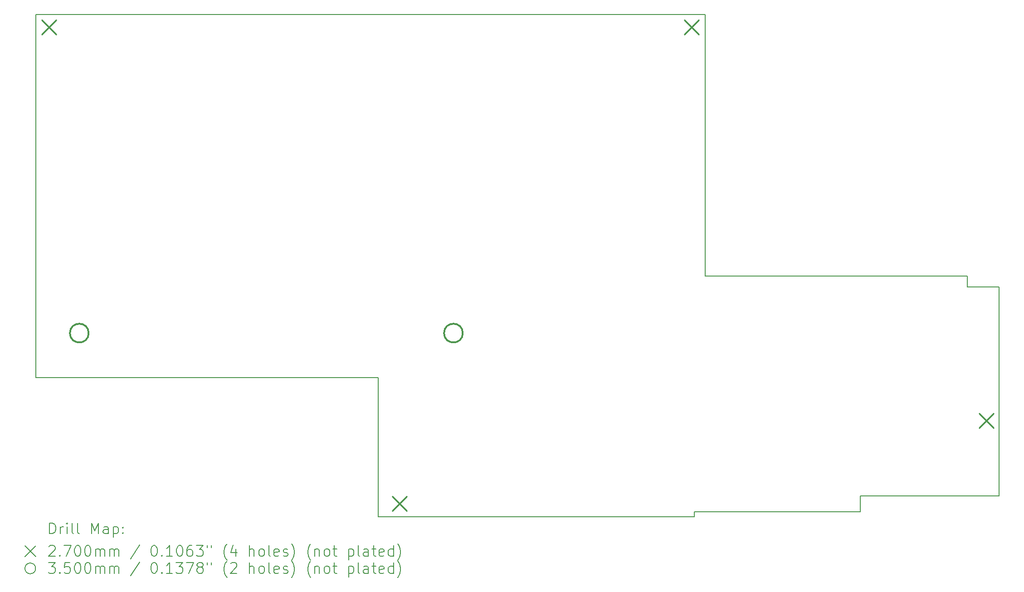
<source format=gbr>
%TF.GenerationSoftware,KiCad,Pcbnew,8.0.8*%
%TF.CreationDate,2025-01-21T13:57:37+00:00*%
%TF.ProjectId,X6800 PicoPSU v2.kicad_pcb_24pinATX,58363830-3020-4506-9963-6f5053552076,rev?*%
%TF.SameCoordinates,Original*%
%TF.FileFunction,Drillmap*%
%TF.FilePolarity,Positive*%
%FSLAX45Y45*%
G04 Gerber Fmt 4.5, Leading zero omitted, Abs format (unit mm)*
G04 Created by KiCad (PCBNEW 8.0.8) date 2025-01-21 13:57:37*
%MOMM*%
%LPD*%
G01*
G04 APERTURE LIST*
%ADD10C,0.150000*%
%ADD11C,0.200000*%
%ADD12C,0.270000*%
%ADD13C,0.350000*%
G04 APERTURE END LIST*
D10*
X12000000Y-11790000D02*
X12000000Y-14390000D01*
X5610000Y-11790000D02*
X12000000Y-11790000D01*
X18100000Y-9900000D02*
X23000000Y-9900000D01*
X23590000Y-10100000D02*
X23590000Y-14000000D01*
X21000000Y-14000000D02*
X23590000Y-14000000D01*
X23000000Y-9900000D02*
X23000000Y-10100000D01*
X23000000Y-10100000D02*
X23590000Y-10100000D01*
X17900000Y-14300000D02*
X21000000Y-14300000D01*
X17900000Y-14300000D02*
X17900000Y-14390000D01*
X21000000Y-14000000D02*
X21000000Y-14300000D01*
X5610000Y-5010000D02*
X18100000Y-5010000D01*
X18100000Y-5010000D02*
X18100000Y-9900000D01*
X12000000Y-14390000D02*
X17900000Y-14390000D01*
X5610000Y-5010000D02*
X5610000Y-11790000D01*
D11*
D12*
X5715000Y-5115000D02*
X5985000Y-5385000D01*
X5985000Y-5115000D02*
X5715000Y-5385000D01*
X12265000Y-14015000D02*
X12535000Y-14285000D01*
X12535000Y-14015000D02*
X12265000Y-14285000D01*
X17715000Y-5115000D02*
X17985000Y-5385000D01*
X17985000Y-5115000D02*
X17715000Y-5385000D01*
X23215000Y-12465000D02*
X23485000Y-12735000D01*
X23485000Y-12465000D02*
X23215000Y-12735000D01*
D13*
X6592500Y-10962500D02*
G75*
G02*
X6242500Y-10962500I-175000J0D01*
G01*
X6242500Y-10962500D02*
G75*
G02*
X6592500Y-10962500I175000J0D01*
G01*
X13577500Y-10962500D02*
G75*
G02*
X13227500Y-10962500I-175000J0D01*
G01*
X13227500Y-10962500D02*
G75*
G02*
X13577500Y-10962500I175000J0D01*
G01*
D11*
X5863277Y-14708984D02*
X5863277Y-14508984D01*
X5863277Y-14508984D02*
X5910896Y-14508984D01*
X5910896Y-14508984D02*
X5939467Y-14518508D01*
X5939467Y-14518508D02*
X5958515Y-14537555D01*
X5958515Y-14537555D02*
X5968039Y-14556603D01*
X5968039Y-14556603D02*
X5977562Y-14594698D01*
X5977562Y-14594698D02*
X5977562Y-14623269D01*
X5977562Y-14623269D02*
X5968039Y-14661365D01*
X5968039Y-14661365D02*
X5958515Y-14680412D01*
X5958515Y-14680412D02*
X5939467Y-14699460D01*
X5939467Y-14699460D02*
X5910896Y-14708984D01*
X5910896Y-14708984D02*
X5863277Y-14708984D01*
X6063277Y-14708984D02*
X6063277Y-14575650D01*
X6063277Y-14613746D02*
X6072801Y-14594698D01*
X6072801Y-14594698D02*
X6082324Y-14585174D01*
X6082324Y-14585174D02*
X6101372Y-14575650D01*
X6101372Y-14575650D02*
X6120420Y-14575650D01*
X6187086Y-14708984D02*
X6187086Y-14575650D01*
X6187086Y-14508984D02*
X6177562Y-14518508D01*
X6177562Y-14518508D02*
X6187086Y-14528031D01*
X6187086Y-14528031D02*
X6196610Y-14518508D01*
X6196610Y-14518508D02*
X6187086Y-14508984D01*
X6187086Y-14508984D02*
X6187086Y-14528031D01*
X6310896Y-14708984D02*
X6291848Y-14699460D01*
X6291848Y-14699460D02*
X6282324Y-14680412D01*
X6282324Y-14680412D02*
X6282324Y-14508984D01*
X6415658Y-14708984D02*
X6396610Y-14699460D01*
X6396610Y-14699460D02*
X6387086Y-14680412D01*
X6387086Y-14680412D02*
X6387086Y-14508984D01*
X6644229Y-14708984D02*
X6644229Y-14508984D01*
X6644229Y-14508984D02*
X6710896Y-14651841D01*
X6710896Y-14651841D02*
X6777562Y-14508984D01*
X6777562Y-14508984D02*
X6777562Y-14708984D01*
X6958515Y-14708984D02*
X6958515Y-14604222D01*
X6958515Y-14604222D02*
X6948991Y-14585174D01*
X6948991Y-14585174D02*
X6929943Y-14575650D01*
X6929943Y-14575650D02*
X6891848Y-14575650D01*
X6891848Y-14575650D02*
X6872801Y-14585174D01*
X6958515Y-14699460D02*
X6939467Y-14708984D01*
X6939467Y-14708984D02*
X6891848Y-14708984D01*
X6891848Y-14708984D02*
X6872801Y-14699460D01*
X6872801Y-14699460D02*
X6863277Y-14680412D01*
X6863277Y-14680412D02*
X6863277Y-14661365D01*
X6863277Y-14661365D02*
X6872801Y-14642317D01*
X6872801Y-14642317D02*
X6891848Y-14632793D01*
X6891848Y-14632793D02*
X6939467Y-14632793D01*
X6939467Y-14632793D02*
X6958515Y-14623269D01*
X7053753Y-14575650D02*
X7053753Y-14775650D01*
X7053753Y-14585174D02*
X7072801Y-14575650D01*
X7072801Y-14575650D02*
X7110896Y-14575650D01*
X7110896Y-14575650D02*
X7129943Y-14585174D01*
X7129943Y-14585174D02*
X7139467Y-14594698D01*
X7139467Y-14594698D02*
X7148991Y-14613746D01*
X7148991Y-14613746D02*
X7148991Y-14670888D01*
X7148991Y-14670888D02*
X7139467Y-14689936D01*
X7139467Y-14689936D02*
X7129943Y-14699460D01*
X7129943Y-14699460D02*
X7110896Y-14708984D01*
X7110896Y-14708984D02*
X7072801Y-14708984D01*
X7072801Y-14708984D02*
X7053753Y-14699460D01*
X7234705Y-14689936D02*
X7244229Y-14699460D01*
X7244229Y-14699460D02*
X7234705Y-14708984D01*
X7234705Y-14708984D02*
X7225182Y-14699460D01*
X7225182Y-14699460D02*
X7234705Y-14689936D01*
X7234705Y-14689936D02*
X7234705Y-14708984D01*
X7234705Y-14585174D02*
X7244229Y-14594698D01*
X7244229Y-14594698D02*
X7234705Y-14604222D01*
X7234705Y-14604222D02*
X7225182Y-14594698D01*
X7225182Y-14594698D02*
X7234705Y-14585174D01*
X7234705Y-14585174D02*
X7234705Y-14604222D01*
X5402500Y-14937500D02*
X5602500Y-15137500D01*
X5602500Y-14937500D02*
X5402500Y-15137500D01*
X5853753Y-14948031D02*
X5863277Y-14938508D01*
X5863277Y-14938508D02*
X5882324Y-14928984D01*
X5882324Y-14928984D02*
X5929943Y-14928984D01*
X5929943Y-14928984D02*
X5948991Y-14938508D01*
X5948991Y-14938508D02*
X5958515Y-14948031D01*
X5958515Y-14948031D02*
X5968039Y-14967079D01*
X5968039Y-14967079D02*
X5968039Y-14986127D01*
X5968039Y-14986127D02*
X5958515Y-15014698D01*
X5958515Y-15014698D02*
X5844229Y-15128984D01*
X5844229Y-15128984D02*
X5968039Y-15128984D01*
X6053753Y-15109936D02*
X6063277Y-15119460D01*
X6063277Y-15119460D02*
X6053753Y-15128984D01*
X6053753Y-15128984D02*
X6044229Y-15119460D01*
X6044229Y-15119460D02*
X6053753Y-15109936D01*
X6053753Y-15109936D02*
X6053753Y-15128984D01*
X6129943Y-14928984D02*
X6263277Y-14928984D01*
X6263277Y-14928984D02*
X6177562Y-15128984D01*
X6377562Y-14928984D02*
X6396610Y-14928984D01*
X6396610Y-14928984D02*
X6415658Y-14938508D01*
X6415658Y-14938508D02*
X6425182Y-14948031D01*
X6425182Y-14948031D02*
X6434705Y-14967079D01*
X6434705Y-14967079D02*
X6444229Y-15005174D01*
X6444229Y-15005174D02*
X6444229Y-15052793D01*
X6444229Y-15052793D02*
X6434705Y-15090888D01*
X6434705Y-15090888D02*
X6425182Y-15109936D01*
X6425182Y-15109936D02*
X6415658Y-15119460D01*
X6415658Y-15119460D02*
X6396610Y-15128984D01*
X6396610Y-15128984D02*
X6377562Y-15128984D01*
X6377562Y-15128984D02*
X6358515Y-15119460D01*
X6358515Y-15119460D02*
X6348991Y-15109936D01*
X6348991Y-15109936D02*
X6339467Y-15090888D01*
X6339467Y-15090888D02*
X6329943Y-15052793D01*
X6329943Y-15052793D02*
X6329943Y-15005174D01*
X6329943Y-15005174D02*
X6339467Y-14967079D01*
X6339467Y-14967079D02*
X6348991Y-14948031D01*
X6348991Y-14948031D02*
X6358515Y-14938508D01*
X6358515Y-14938508D02*
X6377562Y-14928984D01*
X6568039Y-14928984D02*
X6587086Y-14928984D01*
X6587086Y-14928984D02*
X6606134Y-14938508D01*
X6606134Y-14938508D02*
X6615658Y-14948031D01*
X6615658Y-14948031D02*
X6625182Y-14967079D01*
X6625182Y-14967079D02*
X6634705Y-15005174D01*
X6634705Y-15005174D02*
X6634705Y-15052793D01*
X6634705Y-15052793D02*
X6625182Y-15090888D01*
X6625182Y-15090888D02*
X6615658Y-15109936D01*
X6615658Y-15109936D02*
X6606134Y-15119460D01*
X6606134Y-15119460D02*
X6587086Y-15128984D01*
X6587086Y-15128984D02*
X6568039Y-15128984D01*
X6568039Y-15128984D02*
X6548991Y-15119460D01*
X6548991Y-15119460D02*
X6539467Y-15109936D01*
X6539467Y-15109936D02*
X6529943Y-15090888D01*
X6529943Y-15090888D02*
X6520420Y-15052793D01*
X6520420Y-15052793D02*
X6520420Y-15005174D01*
X6520420Y-15005174D02*
X6529943Y-14967079D01*
X6529943Y-14967079D02*
X6539467Y-14948031D01*
X6539467Y-14948031D02*
X6548991Y-14938508D01*
X6548991Y-14938508D02*
X6568039Y-14928984D01*
X6720420Y-15128984D02*
X6720420Y-14995650D01*
X6720420Y-15014698D02*
X6729943Y-15005174D01*
X6729943Y-15005174D02*
X6748991Y-14995650D01*
X6748991Y-14995650D02*
X6777563Y-14995650D01*
X6777563Y-14995650D02*
X6796610Y-15005174D01*
X6796610Y-15005174D02*
X6806134Y-15024222D01*
X6806134Y-15024222D02*
X6806134Y-15128984D01*
X6806134Y-15024222D02*
X6815658Y-15005174D01*
X6815658Y-15005174D02*
X6834705Y-14995650D01*
X6834705Y-14995650D02*
X6863277Y-14995650D01*
X6863277Y-14995650D02*
X6882324Y-15005174D01*
X6882324Y-15005174D02*
X6891848Y-15024222D01*
X6891848Y-15024222D02*
X6891848Y-15128984D01*
X6987086Y-15128984D02*
X6987086Y-14995650D01*
X6987086Y-15014698D02*
X6996610Y-15005174D01*
X6996610Y-15005174D02*
X7015658Y-14995650D01*
X7015658Y-14995650D02*
X7044229Y-14995650D01*
X7044229Y-14995650D02*
X7063277Y-15005174D01*
X7063277Y-15005174D02*
X7072801Y-15024222D01*
X7072801Y-15024222D02*
X7072801Y-15128984D01*
X7072801Y-15024222D02*
X7082324Y-15005174D01*
X7082324Y-15005174D02*
X7101372Y-14995650D01*
X7101372Y-14995650D02*
X7129943Y-14995650D01*
X7129943Y-14995650D02*
X7148991Y-15005174D01*
X7148991Y-15005174D02*
X7158515Y-15024222D01*
X7158515Y-15024222D02*
X7158515Y-15128984D01*
X7548991Y-14919460D02*
X7377563Y-15176603D01*
X7806134Y-14928984D02*
X7825182Y-14928984D01*
X7825182Y-14928984D02*
X7844229Y-14938508D01*
X7844229Y-14938508D02*
X7853753Y-14948031D01*
X7853753Y-14948031D02*
X7863277Y-14967079D01*
X7863277Y-14967079D02*
X7872801Y-15005174D01*
X7872801Y-15005174D02*
X7872801Y-15052793D01*
X7872801Y-15052793D02*
X7863277Y-15090888D01*
X7863277Y-15090888D02*
X7853753Y-15109936D01*
X7853753Y-15109936D02*
X7844229Y-15119460D01*
X7844229Y-15119460D02*
X7825182Y-15128984D01*
X7825182Y-15128984D02*
X7806134Y-15128984D01*
X7806134Y-15128984D02*
X7787086Y-15119460D01*
X7787086Y-15119460D02*
X7777563Y-15109936D01*
X7777563Y-15109936D02*
X7768039Y-15090888D01*
X7768039Y-15090888D02*
X7758515Y-15052793D01*
X7758515Y-15052793D02*
X7758515Y-15005174D01*
X7758515Y-15005174D02*
X7768039Y-14967079D01*
X7768039Y-14967079D02*
X7777563Y-14948031D01*
X7777563Y-14948031D02*
X7787086Y-14938508D01*
X7787086Y-14938508D02*
X7806134Y-14928984D01*
X7958515Y-15109936D02*
X7968039Y-15119460D01*
X7968039Y-15119460D02*
X7958515Y-15128984D01*
X7958515Y-15128984D02*
X7948991Y-15119460D01*
X7948991Y-15119460D02*
X7958515Y-15109936D01*
X7958515Y-15109936D02*
X7958515Y-15128984D01*
X8158515Y-15128984D02*
X8044229Y-15128984D01*
X8101372Y-15128984D02*
X8101372Y-14928984D01*
X8101372Y-14928984D02*
X8082325Y-14957555D01*
X8082325Y-14957555D02*
X8063277Y-14976603D01*
X8063277Y-14976603D02*
X8044229Y-14986127D01*
X8282325Y-14928984D02*
X8301372Y-14928984D01*
X8301372Y-14928984D02*
X8320420Y-14938508D01*
X8320420Y-14938508D02*
X8329944Y-14948031D01*
X8329944Y-14948031D02*
X8339467Y-14967079D01*
X8339467Y-14967079D02*
X8348991Y-15005174D01*
X8348991Y-15005174D02*
X8348991Y-15052793D01*
X8348991Y-15052793D02*
X8339467Y-15090888D01*
X8339467Y-15090888D02*
X8329944Y-15109936D01*
X8329944Y-15109936D02*
X8320420Y-15119460D01*
X8320420Y-15119460D02*
X8301372Y-15128984D01*
X8301372Y-15128984D02*
X8282325Y-15128984D01*
X8282325Y-15128984D02*
X8263277Y-15119460D01*
X8263277Y-15119460D02*
X8253753Y-15109936D01*
X8253753Y-15109936D02*
X8244229Y-15090888D01*
X8244229Y-15090888D02*
X8234706Y-15052793D01*
X8234706Y-15052793D02*
X8234706Y-15005174D01*
X8234706Y-15005174D02*
X8244229Y-14967079D01*
X8244229Y-14967079D02*
X8253753Y-14948031D01*
X8253753Y-14948031D02*
X8263277Y-14938508D01*
X8263277Y-14938508D02*
X8282325Y-14928984D01*
X8520420Y-14928984D02*
X8482325Y-14928984D01*
X8482325Y-14928984D02*
X8463277Y-14938508D01*
X8463277Y-14938508D02*
X8453753Y-14948031D01*
X8453753Y-14948031D02*
X8434706Y-14976603D01*
X8434706Y-14976603D02*
X8425182Y-15014698D01*
X8425182Y-15014698D02*
X8425182Y-15090888D01*
X8425182Y-15090888D02*
X8434706Y-15109936D01*
X8434706Y-15109936D02*
X8444229Y-15119460D01*
X8444229Y-15119460D02*
X8463277Y-15128984D01*
X8463277Y-15128984D02*
X8501372Y-15128984D01*
X8501372Y-15128984D02*
X8520420Y-15119460D01*
X8520420Y-15119460D02*
X8529944Y-15109936D01*
X8529944Y-15109936D02*
X8539468Y-15090888D01*
X8539468Y-15090888D02*
X8539468Y-15043269D01*
X8539468Y-15043269D02*
X8529944Y-15024222D01*
X8529944Y-15024222D02*
X8520420Y-15014698D01*
X8520420Y-15014698D02*
X8501372Y-15005174D01*
X8501372Y-15005174D02*
X8463277Y-15005174D01*
X8463277Y-15005174D02*
X8444229Y-15014698D01*
X8444229Y-15014698D02*
X8434706Y-15024222D01*
X8434706Y-15024222D02*
X8425182Y-15043269D01*
X8606134Y-14928984D02*
X8729944Y-14928984D01*
X8729944Y-14928984D02*
X8663277Y-15005174D01*
X8663277Y-15005174D02*
X8691849Y-15005174D01*
X8691849Y-15005174D02*
X8710896Y-15014698D01*
X8710896Y-15014698D02*
X8720420Y-15024222D01*
X8720420Y-15024222D02*
X8729944Y-15043269D01*
X8729944Y-15043269D02*
X8729944Y-15090888D01*
X8729944Y-15090888D02*
X8720420Y-15109936D01*
X8720420Y-15109936D02*
X8710896Y-15119460D01*
X8710896Y-15119460D02*
X8691849Y-15128984D01*
X8691849Y-15128984D02*
X8634706Y-15128984D01*
X8634706Y-15128984D02*
X8615658Y-15119460D01*
X8615658Y-15119460D02*
X8606134Y-15109936D01*
X8806134Y-14928984D02*
X8806134Y-14967079D01*
X8882325Y-14928984D02*
X8882325Y-14967079D01*
X9177563Y-15205174D02*
X9168039Y-15195650D01*
X9168039Y-15195650D02*
X9148991Y-15167079D01*
X9148991Y-15167079D02*
X9139468Y-15148031D01*
X9139468Y-15148031D02*
X9129944Y-15119460D01*
X9129944Y-15119460D02*
X9120420Y-15071841D01*
X9120420Y-15071841D02*
X9120420Y-15033746D01*
X9120420Y-15033746D02*
X9129944Y-14986127D01*
X9129944Y-14986127D02*
X9139468Y-14957555D01*
X9139468Y-14957555D02*
X9148991Y-14938508D01*
X9148991Y-14938508D02*
X9168039Y-14909936D01*
X9168039Y-14909936D02*
X9177563Y-14900412D01*
X9339468Y-14995650D02*
X9339468Y-15128984D01*
X9291849Y-14919460D02*
X9244230Y-15062317D01*
X9244230Y-15062317D02*
X9368039Y-15062317D01*
X9596611Y-15128984D02*
X9596611Y-14928984D01*
X9682325Y-15128984D02*
X9682325Y-15024222D01*
X9682325Y-15024222D02*
X9672801Y-15005174D01*
X9672801Y-15005174D02*
X9653753Y-14995650D01*
X9653753Y-14995650D02*
X9625182Y-14995650D01*
X9625182Y-14995650D02*
X9606134Y-15005174D01*
X9606134Y-15005174D02*
X9596611Y-15014698D01*
X9806134Y-15128984D02*
X9787087Y-15119460D01*
X9787087Y-15119460D02*
X9777563Y-15109936D01*
X9777563Y-15109936D02*
X9768039Y-15090888D01*
X9768039Y-15090888D02*
X9768039Y-15033746D01*
X9768039Y-15033746D02*
X9777563Y-15014698D01*
X9777563Y-15014698D02*
X9787087Y-15005174D01*
X9787087Y-15005174D02*
X9806134Y-14995650D01*
X9806134Y-14995650D02*
X9834706Y-14995650D01*
X9834706Y-14995650D02*
X9853753Y-15005174D01*
X9853753Y-15005174D02*
X9863277Y-15014698D01*
X9863277Y-15014698D02*
X9872801Y-15033746D01*
X9872801Y-15033746D02*
X9872801Y-15090888D01*
X9872801Y-15090888D02*
X9863277Y-15109936D01*
X9863277Y-15109936D02*
X9853753Y-15119460D01*
X9853753Y-15119460D02*
X9834706Y-15128984D01*
X9834706Y-15128984D02*
X9806134Y-15128984D01*
X9987087Y-15128984D02*
X9968039Y-15119460D01*
X9968039Y-15119460D02*
X9958515Y-15100412D01*
X9958515Y-15100412D02*
X9958515Y-14928984D01*
X10139468Y-15119460D02*
X10120420Y-15128984D01*
X10120420Y-15128984D02*
X10082325Y-15128984D01*
X10082325Y-15128984D02*
X10063277Y-15119460D01*
X10063277Y-15119460D02*
X10053753Y-15100412D01*
X10053753Y-15100412D02*
X10053753Y-15024222D01*
X10053753Y-15024222D02*
X10063277Y-15005174D01*
X10063277Y-15005174D02*
X10082325Y-14995650D01*
X10082325Y-14995650D02*
X10120420Y-14995650D01*
X10120420Y-14995650D02*
X10139468Y-15005174D01*
X10139468Y-15005174D02*
X10148992Y-15024222D01*
X10148992Y-15024222D02*
X10148992Y-15043269D01*
X10148992Y-15043269D02*
X10053753Y-15062317D01*
X10225182Y-15119460D02*
X10244230Y-15128984D01*
X10244230Y-15128984D02*
X10282325Y-15128984D01*
X10282325Y-15128984D02*
X10301373Y-15119460D01*
X10301373Y-15119460D02*
X10310896Y-15100412D01*
X10310896Y-15100412D02*
X10310896Y-15090888D01*
X10310896Y-15090888D02*
X10301373Y-15071841D01*
X10301373Y-15071841D02*
X10282325Y-15062317D01*
X10282325Y-15062317D02*
X10253753Y-15062317D01*
X10253753Y-15062317D02*
X10234706Y-15052793D01*
X10234706Y-15052793D02*
X10225182Y-15033746D01*
X10225182Y-15033746D02*
X10225182Y-15024222D01*
X10225182Y-15024222D02*
X10234706Y-15005174D01*
X10234706Y-15005174D02*
X10253753Y-14995650D01*
X10253753Y-14995650D02*
X10282325Y-14995650D01*
X10282325Y-14995650D02*
X10301373Y-15005174D01*
X10377563Y-15205174D02*
X10387087Y-15195650D01*
X10387087Y-15195650D02*
X10406134Y-15167079D01*
X10406134Y-15167079D02*
X10415658Y-15148031D01*
X10415658Y-15148031D02*
X10425182Y-15119460D01*
X10425182Y-15119460D02*
X10434706Y-15071841D01*
X10434706Y-15071841D02*
X10434706Y-15033746D01*
X10434706Y-15033746D02*
X10425182Y-14986127D01*
X10425182Y-14986127D02*
X10415658Y-14957555D01*
X10415658Y-14957555D02*
X10406134Y-14938508D01*
X10406134Y-14938508D02*
X10387087Y-14909936D01*
X10387087Y-14909936D02*
X10377563Y-14900412D01*
X10739468Y-15205174D02*
X10729944Y-15195650D01*
X10729944Y-15195650D02*
X10710896Y-15167079D01*
X10710896Y-15167079D02*
X10701373Y-15148031D01*
X10701373Y-15148031D02*
X10691849Y-15119460D01*
X10691849Y-15119460D02*
X10682325Y-15071841D01*
X10682325Y-15071841D02*
X10682325Y-15033746D01*
X10682325Y-15033746D02*
X10691849Y-14986127D01*
X10691849Y-14986127D02*
X10701373Y-14957555D01*
X10701373Y-14957555D02*
X10710896Y-14938508D01*
X10710896Y-14938508D02*
X10729944Y-14909936D01*
X10729944Y-14909936D02*
X10739468Y-14900412D01*
X10815658Y-14995650D02*
X10815658Y-15128984D01*
X10815658Y-15014698D02*
X10825182Y-15005174D01*
X10825182Y-15005174D02*
X10844230Y-14995650D01*
X10844230Y-14995650D02*
X10872801Y-14995650D01*
X10872801Y-14995650D02*
X10891849Y-15005174D01*
X10891849Y-15005174D02*
X10901373Y-15024222D01*
X10901373Y-15024222D02*
X10901373Y-15128984D01*
X11025182Y-15128984D02*
X11006134Y-15119460D01*
X11006134Y-15119460D02*
X10996611Y-15109936D01*
X10996611Y-15109936D02*
X10987087Y-15090888D01*
X10987087Y-15090888D02*
X10987087Y-15033746D01*
X10987087Y-15033746D02*
X10996611Y-15014698D01*
X10996611Y-15014698D02*
X11006134Y-15005174D01*
X11006134Y-15005174D02*
X11025182Y-14995650D01*
X11025182Y-14995650D02*
X11053754Y-14995650D01*
X11053754Y-14995650D02*
X11072801Y-15005174D01*
X11072801Y-15005174D02*
X11082325Y-15014698D01*
X11082325Y-15014698D02*
X11091849Y-15033746D01*
X11091849Y-15033746D02*
X11091849Y-15090888D01*
X11091849Y-15090888D02*
X11082325Y-15109936D01*
X11082325Y-15109936D02*
X11072801Y-15119460D01*
X11072801Y-15119460D02*
X11053754Y-15128984D01*
X11053754Y-15128984D02*
X11025182Y-15128984D01*
X11148992Y-14995650D02*
X11225182Y-14995650D01*
X11177563Y-14928984D02*
X11177563Y-15100412D01*
X11177563Y-15100412D02*
X11187087Y-15119460D01*
X11187087Y-15119460D02*
X11206134Y-15128984D01*
X11206134Y-15128984D02*
X11225182Y-15128984D01*
X11444230Y-14995650D02*
X11444230Y-15195650D01*
X11444230Y-15005174D02*
X11463277Y-14995650D01*
X11463277Y-14995650D02*
X11501373Y-14995650D01*
X11501373Y-14995650D02*
X11520420Y-15005174D01*
X11520420Y-15005174D02*
X11529944Y-15014698D01*
X11529944Y-15014698D02*
X11539468Y-15033746D01*
X11539468Y-15033746D02*
X11539468Y-15090888D01*
X11539468Y-15090888D02*
X11529944Y-15109936D01*
X11529944Y-15109936D02*
X11520420Y-15119460D01*
X11520420Y-15119460D02*
X11501373Y-15128984D01*
X11501373Y-15128984D02*
X11463277Y-15128984D01*
X11463277Y-15128984D02*
X11444230Y-15119460D01*
X11653753Y-15128984D02*
X11634706Y-15119460D01*
X11634706Y-15119460D02*
X11625182Y-15100412D01*
X11625182Y-15100412D02*
X11625182Y-14928984D01*
X11815658Y-15128984D02*
X11815658Y-15024222D01*
X11815658Y-15024222D02*
X11806134Y-15005174D01*
X11806134Y-15005174D02*
X11787087Y-14995650D01*
X11787087Y-14995650D02*
X11748992Y-14995650D01*
X11748992Y-14995650D02*
X11729944Y-15005174D01*
X11815658Y-15119460D02*
X11796611Y-15128984D01*
X11796611Y-15128984D02*
X11748992Y-15128984D01*
X11748992Y-15128984D02*
X11729944Y-15119460D01*
X11729944Y-15119460D02*
X11720420Y-15100412D01*
X11720420Y-15100412D02*
X11720420Y-15081365D01*
X11720420Y-15081365D02*
X11729944Y-15062317D01*
X11729944Y-15062317D02*
X11748992Y-15052793D01*
X11748992Y-15052793D02*
X11796611Y-15052793D01*
X11796611Y-15052793D02*
X11815658Y-15043269D01*
X11882325Y-14995650D02*
X11958515Y-14995650D01*
X11910896Y-14928984D02*
X11910896Y-15100412D01*
X11910896Y-15100412D02*
X11920420Y-15119460D01*
X11920420Y-15119460D02*
X11939468Y-15128984D01*
X11939468Y-15128984D02*
X11958515Y-15128984D01*
X12101373Y-15119460D02*
X12082325Y-15128984D01*
X12082325Y-15128984D02*
X12044230Y-15128984D01*
X12044230Y-15128984D02*
X12025182Y-15119460D01*
X12025182Y-15119460D02*
X12015658Y-15100412D01*
X12015658Y-15100412D02*
X12015658Y-15024222D01*
X12015658Y-15024222D02*
X12025182Y-15005174D01*
X12025182Y-15005174D02*
X12044230Y-14995650D01*
X12044230Y-14995650D02*
X12082325Y-14995650D01*
X12082325Y-14995650D02*
X12101373Y-15005174D01*
X12101373Y-15005174D02*
X12110896Y-15024222D01*
X12110896Y-15024222D02*
X12110896Y-15043269D01*
X12110896Y-15043269D02*
X12015658Y-15062317D01*
X12282325Y-15128984D02*
X12282325Y-14928984D01*
X12282325Y-15119460D02*
X12263277Y-15128984D01*
X12263277Y-15128984D02*
X12225182Y-15128984D01*
X12225182Y-15128984D02*
X12206134Y-15119460D01*
X12206134Y-15119460D02*
X12196611Y-15109936D01*
X12196611Y-15109936D02*
X12187087Y-15090888D01*
X12187087Y-15090888D02*
X12187087Y-15033746D01*
X12187087Y-15033746D02*
X12196611Y-15014698D01*
X12196611Y-15014698D02*
X12206134Y-15005174D01*
X12206134Y-15005174D02*
X12225182Y-14995650D01*
X12225182Y-14995650D02*
X12263277Y-14995650D01*
X12263277Y-14995650D02*
X12282325Y-15005174D01*
X12358515Y-15205174D02*
X12368039Y-15195650D01*
X12368039Y-15195650D02*
X12387087Y-15167079D01*
X12387087Y-15167079D02*
X12396611Y-15148031D01*
X12396611Y-15148031D02*
X12406134Y-15119460D01*
X12406134Y-15119460D02*
X12415658Y-15071841D01*
X12415658Y-15071841D02*
X12415658Y-15033746D01*
X12415658Y-15033746D02*
X12406134Y-14986127D01*
X12406134Y-14986127D02*
X12396611Y-14957555D01*
X12396611Y-14957555D02*
X12387087Y-14938508D01*
X12387087Y-14938508D02*
X12368039Y-14909936D01*
X12368039Y-14909936D02*
X12358515Y-14900412D01*
X5602500Y-15357500D02*
G75*
G02*
X5402500Y-15357500I-100000J0D01*
G01*
X5402500Y-15357500D02*
G75*
G02*
X5602500Y-15357500I100000J0D01*
G01*
X5844229Y-15248984D02*
X5968039Y-15248984D01*
X5968039Y-15248984D02*
X5901372Y-15325174D01*
X5901372Y-15325174D02*
X5929943Y-15325174D01*
X5929943Y-15325174D02*
X5948991Y-15334698D01*
X5948991Y-15334698D02*
X5958515Y-15344222D01*
X5958515Y-15344222D02*
X5968039Y-15363269D01*
X5968039Y-15363269D02*
X5968039Y-15410888D01*
X5968039Y-15410888D02*
X5958515Y-15429936D01*
X5958515Y-15429936D02*
X5948991Y-15439460D01*
X5948991Y-15439460D02*
X5929943Y-15448984D01*
X5929943Y-15448984D02*
X5872801Y-15448984D01*
X5872801Y-15448984D02*
X5853753Y-15439460D01*
X5853753Y-15439460D02*
X5844229Y-15429936D01*
X6053753Y-15429936D02*
X6063277Y-15439460D01*
X6063277Y-15439460D02*
X6053753Y-15448984D01*
X6053753Y-15448984D02*
X6044229Y-15439460D01*
X6044229Y-15439460D02*
X6053753Y-15429936D01*
X6053753Y-15429936D02*
X6053753Y-15448984D01*
X6244229Y-15248984D02*
X6148991Y-15248984D01*
X6148991Y-15248984D02*
X6139467Y-15344222D01*
X6139467Y-15344222D02*
X6148991Y-15334698D01*
X6148991Y-15334698D02*
X6168039Y-15325174D01*
X6168039Y-15325174D02*
X6215658Y-15325174D01*
X6215658Y-15325174D02*
X6234705Y-15334698D01*
X6234705Y-15334698D02*
X6244229Y-15344222D01*
X6244229Y-15344222D02*
X6253753Y-15363269D01*
X6253753Y-15363269D02*
X6253753Y-15410888D01*
X6253753Y-15410888D02*
X6244229Y-15429936D01*
X6244229Y-15429936D02*
X6234705Y-15439460D01*
X6234705Y-15439460D02*
X6215658Y-15448984D01*
X6215658Y-15448984D02*
X6168039Y-15448984D01*
X6168039Y-15448984D02*
X6148991Y-15439460D01*
X6148991Y-15439460D02*
X6139467Y-15429936D01*
X6377562Y-15248984D02*
X6396610Y-15248984D01*
X6396610Y-15248984D02*
X6415658Y-15258508D01*
X6415658Y-15258508D02*
X6425182Y-15268031D01*
X6425182Y-15268031D02*
X6434705Y-15287079D01*
X6434705Y-15287079D02*
X6444229Y-15325174D01*
X6444229Y-15325174D02*
X6444229Y-15372793D01*
X6444229Y-15372793D02*
X6434705Y-15410888D01*
X6434705Y-15410888D02*
X6425182Y-15429936D01*
X6425182Y-15429936D02*
X6415658Y-15439460D01*
X6415658Y-15439460D02*
X6396610Y-15448984D01*
X6396610Y-15448984D02*
X6377562Y-15448984D01*
X6377562Y-15448984D02*
X6358515Y-15439460D01*
X6358515Y-15439460D02*
X6348991Y-15429936D01*
X6348991Y-15429936D02*
X6339467Y-15410888D01*
X6339467Y-15410888D02*
X6329943Y-15372793D01*
X6329943Y-15372793D02*
X6329943Y-15325174D01*
X6329943Y-15325174D02*
X6339467Y-15287079D01*
X6339467Y-15287079D02*
X6348991Y-15268031D01*
X6348991Y-15268031D02*
X6358515Y-15258508D01*
X6358515Y-15258508D02*
X6377562Y-15248984D01*
X6568039Y-15248984D02*
X6587086Y-15248984D01*
X6587086Y-15248984D02*
X6606134Y-15258508D01*
X6606134Y-15258508D02*
X6615658Y-15268031D01*
X6615658Y-15268031D02*
X6625182Y-15287079D01*
X6625182Y-15287079D02*
X6634705Y-15325174D01*
X6634705Y-15325174D02*
X6634705Y-15372793D01*
X6634705Y-15372793D02*
X6625182Y-15410888D01*
X6625182Y-15410888D02*
X6615658Y-15429936D01*
X6615658Y-15429936D02*
X6606134Y-15439460D01*
X6606134Y-15439460D02*
X6587086Y-15448984D01*
X6587086Y-15448984D02*
X6568039Y-15448984D01*
X6568039Y-15448984D02*
X6548991Y-15439460D01*
X6548991Y-15439460D02*
X6539467Y-15429936D01*
X6539467Y-15429936D02*
X6529943Y-15410888D01*
X6529943Y-15410888D02*
X6520420Y-15372793D01*
X6520420Y-15372793D02*
X6520420Y-15325174D01*
X6520420Y-15325174D02*
X6529943Y-15287079D01*
X6529943Y-15287079D02*
X6539467Y-15268031D01*
X6539467Y-15268031D02*
X6548991Y-15258508D01*
X6548991Y-15258508D02*
X6568039Y-15248984D01*
X6720420Y-15448984D02*
X6720420Y-15315650D01*
X6720420Y-15334698D02*
X6729943Y-15325174D01*
X6729943Y-15325174D02*
X6748991Y-15315650D01*
X6748991Y-15315650D02*
X6777563Y-15315650D01*
X6777563Y-15315650D02*
X6796610Y-15325174D01*
X6796610Y-15325174D02*
X6806134Y-15344222D01*
X6806134Y-15344222D02*
X6806134Y-15448984D01*
X6806134Y-15344222D02*
X6815658Y-15325174D01*
X6815658Y-15325174D02*
X6834705Y-15315650D01*
X6834705Y-15315650D02*
X6863277Y-15315650D01*
X6863277Y-15315650D02*
X6882324Y-15325174D01*
X6882324Y-15325174D02*
X6891848Y-15344222D01*
X6891848Y-15344222D02*
X6891848Y-15448984D01*
X6987086Y-15448984D02*
X6987086Y-15315650D01*
X6987086Y-15334698D02*
X6996610Y-15325174D01*
X6996610Y-15325174D02*
X7015658Y-15315650D01*
X7015658Y-15315650D02*
X7044229Y-15315650D01*
X7044229Y-15315650D02*
X7063277Y-15325174D01*
X7063277Y-15325174D02*
X7072801Y-15344222D01*
X7072801Y-15344222D02*
X7072801Y-15448984D01*
X7072801Y-15344222D02*
X7082324Y-15325174D01*
X7082324Y-15325174D02*
X7101372Y-15315650D01*
X7101372Y-15315650D02*
X7129943Y-15315650D01*
X7129943Y-15315650D02*
X7148991Y-15325174D01*
X7148991Y-15325174D02*
X7158515Y-15344222D01*
X7158515Y-15344222D02*
X7158515Y-15448984D01*
X7548991Y-15239460D02*
X7377563Y-15496603D01*
X7806134Y-15248984D02*
X7825182Y-15248984D01*
X7825182Y-15248984D02*
X7844229Y-15258508D01*
X7844229Y-15258508D02*
X7853753Y-15268031D01*
X7853753Y-15268031D02*
X7863277Y-15287079D01*
X7863277Y-15287079D02*
X7872801Y-15325174D01*
X7872801Y-15325174D02*
X7872801Y-15372793D01*
X7872801Y-15372793D02*
X7863277Y-15410888D01*
X7863277Y-15410888D02*
X7853753Y-15429936D01*
X7853753Y-15429936D02*
X7844229Y-15439460D01*
X7844229Y-15439460D02*
X7825182Y-15448984D01*
X7825182Y-15448984D02*
X7806134Y-15448984D01*
X7806134Y-15448984D02*
X7787086Y-15439460D01*
X7787086Y-15439460D02*
X7777563Y-15429936D01*
X7777563Y-15429936D02*
X7768039Y-15410888D01*
X7768039Y-15410888D02*
X7758515Y-15372793D01*
X7758515Y-15372793D02*
X7758515Y-15325174D01*
X7758515Y-15325174D02*
X7768039Y-15287079D01*
X7768039Y-15287079D02*
X7777563Y-15268031D01*
X7777563Y-15268031D02*
X7787086Y-15258508D01*
X7787086Y-15258508D02*
X7806134Y-15248984D01*
X7958515Y-15429936D02*
X7968039Y-15439460D01*
X7968039Y-15439460D02*
X7958515Y-15448984D01*
X7958515Y-15448984D02*
X7948991Y-15439460D01*
X7948991Y-15439460D02*
X7958515Y-15429936D01*
X7958515Y-15429936D02*
X7958515Y-15448984D01*
X8158515Y-15448984D02*
X8044229Y-15448984D01*
X8101372Y-15448984D02*
X8101372Y-15248984D01*
X8101372Y-15248984D02*
X8082325Y-15277555D01*
X8082325Y-15277555D02*
X8063277Y-15296603D01*
X8063277Y-15296603D02*
X8044229Y-15306127D01*
X8225182Y-15248984D02*
X8348991Y-15248984D01*
X8348991Y-15248984D02*
X8282325Y-15325174D01*
X8282325Y-15325174D02*
X8310896Y-15325174D01*
X8310896Y-15325174D02*
X8329944Y-15334698D01*
X8329944Y-15334698D02*
X8339467Y-15344222D01*
X8339467Y-15344222D02*
X8348991Y-15363269D01*
X8348991Y-15363269D02*
X8348991Y-15410888D01*
X8348991Y-15410888D02*
X8339467Y-15429936D01*
X8339467Y-15429936D02*
X8329944Y-15439460D01*
X8329944Y-15439460D02*
X8310896Y-15448984D01*
X8310896Y-15448984D02*
X8253753Y-15448984D01*
X8253753Y-15448984D02*
X8234706Y-15439460D01*
X8234706Y-15439460D02*
X8225182Y-15429936D01*
X8415658Y-15248984D02*
X8548991Y-15248984D01*
X8548991Y-15248984D02*
X8463277Y-15448984D01*
X8653753Y-15334698D02*
X8634706Y-15325174D01*
X8634706Y-15325174D02*
X8625182Y-15315650D01*
X8625182Y-15315650D02*
X8615658Y-15296603D01*
X8615658Y-15296603D02*
X8615658Y-15287079D01*
X8615658Y-15287079D02*
X8625182Y-15268031D01*
X8625182Y-15268031D02*
X8634706Y-15258508D01*
X8634706Y-15258508D02*
X8653753Y-15248984D01*
X8653753Y-15248984D02*
X8691849Y-15248984D01*
X8691849Y-15248984D02*
X8710896Y-15258508D01*
X8710896Y-15258508D02*
X8720420Y-15268031D01*
X8720420Y-15268031D02*
X8729944Y-15287079D01*
X8729944Y-15287079D02*
X8729944Y-15296603D01*
X8729944Y-15296603D02*
X8720420Y-15315650D01*
X8720420Y-15315650D02*
X8710896Y-15325174D01*
X8710896Y-15325174D02*
X8691849Y-15334698D01*
X8691849Y-15334698D02*
X8653753Y-15334698D01*
X8653753Y-15334698D02*
X8634706Y-15344222D01*
X8634706Y-15344222D02*
X8625182Y-15353746D01*
X8625182Y-15353746D02*
X8615658Y-15372793D01*
X8615658Y-15372793D02*
X8615658Y-15410888D01*
X8615658Y-15410888D02*
X8625182Y-15429936D01*
X8625182Y-15429936D02*
X8634706Y-15439460D01*
X8634706Y-15439460D02*
X8653753Y-15448984D01*
X8653753Y-15448984D02*
X8691849Y-15448984D01*
X8691849Y-15448984D02*
X8710896Y-15439460D01*
X8710896Y-15439460D02*
X8720420Y-15429936D01*
X8720420Y-15429936D02*
X8729944Y-15410888D01*
X8729944Y-15410888D02*
X8729944Y-15372793D01*
X8729944Y-15372793D02*
X8720420Y-15353746D01*
X8720420Y-15353746D02*
X8710896Y-15344222D01*
X8710896Y-15344222D02*
X8691849Y-15334698D01*
X8806134Y-15248984D02*
X8806134Y-15287079D01*
X8882325Y-15248984D02*
X8882325Y-15287079D01*
X9177563Y-15525174D02*
X9168039Y-15515650D01*
X9168039Y-15515650D02*
X9148991Y-15487079D01*
X9148991Y-15487079D02*
X9139468Y-15468031D01*
X9139468Y-15468031D02*
X9129944Y-15439460D01*
X9129944Y-15439460D02*
X9120420Y-15391841D01*
X9120420Y-15391841D02*
X9120420Y-15353746D01*
X9120420Y-15353746D02*
X9129944Y-15306127D01*
X9129944Y-15306127D02*
X9139468Y-15277555D01*
X9139468Y-15277555D02*
X9148991Y-15258508D01*
X9148991Y-15258508D02*
X9168039Y-15229936D01*
X9168039Y-15229936D02*
X9177563Y-15220412D01*
X9244230Y-15268031D02*
X9253753Y-15258508D01*
X9253753Y-15258508D02*
X9272801Y-15248984D01*
X9272801Y-15248984D02*
X9320420Y-15248984D01*
X9320420Y-15248984D02*
X9339468Y-15258508D01*
X9339468Y-15258508D02*
X9348991Y-15268031D01*
X9348991Y-15268031D02*
X9358515Y-15287079D01*
X9358515Y-15287079D02*
X9358515Y-15306127D01*
X9358515Y-15306127D02*
X9348991Y-15334698D01*
X9348991Y-15334698D02*
X9234706Y-15448984D01*
X9234706Y-15448984D02*
X9358515Y-15448984D01*
X9596611Y-15448984D02*
X9596611Y-15248984D01*
X9682325Y-15448984D02*
X9682325Y-15344222D01*
X9682325Y-15344222D02*
X9672801Y-15325174D01*
X9672801Y-15325174D02*
X9653753Y-15315650D01*
X9653753Y-15315650D02*
X9625182Y-15315650D01*
X9625182Y-15315650D02*
X9606134Y-15325174D01*
X9606134Y-15325174D02*
X9596611Y-15334698D01*
X9806134Y-15448984D02*
X9787087Y-15439460D01*
X9787087Y-15439460D02*
X9777563Y-15429936D01*
X9777563Y-15429936D02*
X9768039Y-15410888D01*
X9768039Y-15410888D02*
X9768039Y-15353746D01*
X9768039Y-15353746D02*
X9777563Y-15334698D01*
X9777563Y-15334698D02*
X9787087Y-15325174D01*
X9787087Y-15325174D02*
X9806134Y-15315650D01*
X9806134Y-15315650D02*
X9834706Y-15315650D01*
X9834706Y-15315650D02*
X9853753Y-15325174D01*
X9853753Y-15325174D02*
X9863277Y-15334698D01*
X9863277Y-15334698D02*
X9872801Y-15353746D01*
X9872801Y-15353746D02*
X9872801Y-15410888D01*
X9872801Y-15410888D02*
X9863277Y-15429936D01*
X9863277Y-15429936D02*
X9853753Y-15439460D01*
X9853753Y-15439460D02*
X9834706Y-15448984D01*
X9834706Y-15448984D02*
X9806134Y-15448984D01*
X9987087Y-15448984D02*
X9968039Y-15439460D01*
X9968039Y-15439460D02*
X9958515Y-15420412D01*
X9958515Y-15420412D02*
X9958515Y-15248984D01*
X10139468Y-15439460D02*
X10120420Y-15448984D01*
X10120420Y-15448984D02*
X10082325Y-15448984D01*
X10082325Y-15448984D02*
X10063277Y-15439460D01*
X10063277Y-15439460D02*
X10053753Y-15420412D01*
X10053753Y-15420412D02*
X10053753Y-15344222D01*
X10053753Y-15344222D02*
X10063277Y-15325174D01*
X10063277Y-15325174D02*
X10082325Y-15315650D01*
X10082325Y-15315650D02*
X10120420Y-15315650D01*
X10120420Y-15315650D02*
X10139468Y-15325174D01*
X10139468Y-15325174D02*
X10148992Y-15344222D01*
X10148992Y-15344222D02*
X10148992Y-15363269D01*
X10148992Y-15363269D02*
X10053753Y-15382317D01*
X10225182Y-15439460D02*
X10244230Y-15448984D01*
X10244230Y-15448984D02*
X10282325Y-15448984D01*
X10282325Y-15448984D02*
X10301373Y-15439460D01*
X10301373Y-15439460D02*
X10310896Y-15420412D01*
X10310896Y-15420412D02*
X10310896Y-15410888D01*
X10310896Y-15410888D02*
X10301373Y-15391841D01*
X10301373Y-15391841D02*
X10282325Y-15382317D01*
X10282325Y-15382317D02*
X10253753Y-15382317D01*
X10253753Y-15382317D02*
X10234706Y-15372793D01*
X10234706Y-15372793D02*
X10225182Y-15353746D01*
X10225182Y-15353746D02*
X10225182Y-15344222D01*
X10225182Y-15344222D02*
X10234706Y-15325174D01*
X10234706Y-15325174D02*
X10253753Y-15315650D01*
X10253753Y-15315650D02*
X10282325Y-15315650D01*
X10282325Y-15315650D02*
X10301373Y-15325174D01*
X10377563Y-15525174D02*
X10387087Y-15515650D01*
X10387087Y-15515650D02*
X10406134Y-15487079D01*
X10406134Y-15487079D02*
X10415658Y-15468031D01*
X10415658Y-15468031D02*
X10425182Y-15439460D01*
X10425182Y-15439460D02*
X10434706Y-15391841D01*
X10434706Y-15391841D02*
X10434706Y-15353746D01*
X10434706Y-15353746D02*
X10425182Y-15306127D01*
X10425182Y-15306127D02*
X10415658Y-15277555D01*
X10415658Y-15277555D02*
X10406134Y-15258508D01*
X10406134Y-15258508D02*
X10387087Y-15229936D01*
X10387087Y-15229936D02*
X10377563Y-15220412D01*
X10739468Y-15525174D02*
X10729944Y-15515650D01*
X10729944Y-15515650D02*
X10710896Y-15487079D01*
X10710896Y-15487079D02*
X10701373Y-15468031D01*
X10701373Y-15468031D02*
X10691849Y-15439460D01*
X10691849Y-15439460D02*
X10682325Y-15391841D01*
X10682325Y-15391841D02*
X10682325Y-15353746D01*
X10682325Y-15353746D02*
X10691849Y-15306127D01*
X10691849Y-15306127D02*
X10701373Y-15277555D01*
X10701373Y-15277555D02*
X10710896Y-15258508D01*
X10710896Y-15258508D02*
X10729944Y-15229936D01*
X10729944Y-15229936D02*
X10739468Y-15220412D01*
X10815658Y-15315650D02*
X10815658Y-15448984D01*
X10815658Y-15334698D02*
X10825182Y-15325174D01*
X10825182Y-15325174D02*
X10844230Y-15315650D01*
X10844230Y-15315650D02*
X10872801Y-15315650D01*
X10872801Y-15315650D02*
X10891849Y-15325174D01*
X10891849Y-15325174D02*
X10901373Y-15344222D01*
X10901373Y-15344222D02*
X10901373Y-15448984D01*
X11025182Y-15448984D02*
X11006134Y-15439460D01*
X11006134Y-15439460D02*
X10996611Y-15429936D01*
X10996611Y-15429936D02*
X10987087Y-15410888D01*
X10987087Y-15410888D02*
X10987087Y-15353746D01*
X10987087Y-15353746D02*
X10996611Y-15334698D01*
X10996611Y-15334698D02*
X11006134Y-15325174D01*
X11006134Y-15325174D02*
X11025182Y-15315650D01*
X11025182Y-15315650D02*
X11053754Y-15315650D01*
X11053754Y-15315650D02*
X11072801Y-15325174D01*
X11072801Y-15325174D02*
X11082325Y-15334698D01*
X11082325Y-15334698D02*
X11091849Y-15353746D01*
X11091849Y-15353746D02*
X11091849Y-15410888D01*
X11091849Y-15410888D02*
X11082325Y-15429936D01*
X11082325Y-15429936D02*
X11072801Y-15439460D01*
X11072801Y-15439460D02*
X11053754Y-15448984D01*
X11053754Y-15448984D02*
X11025182Y-15448984D01*
X11148992Y-15315650D02*
X11225182Y-15315650D01*
X11177563Y-15248984D02*
X11177563Y-15420412D01*
X11177563Y-15420412D02*
X11187087Y-15439460D01*
X11187087Y-15439460D02*
X11206134Y-15448984D01*
X11206134Y-15448984D02*
X11225182Y-15448984D01*
X11444230Y-15315650D02*
X11444230Y-15515650D01*
X11444230Y-15325174D02*
X11463277Y-15315650D01*
X11463277Y-15315650D02*
X11501373Y-15315650D01*
X11501373Y-15315650D02*
X11520420Y-15325174D01*
X11520420Y-15325174D02*
X11529944Y-15334698D01*
X11529944Y-15334698D02*
X11539468Y-15353746D01*
X11539468Y-15353746D02*
X11539468Y-15410888D01*
X11539468Y-15410888D02*
X11529944Y-15429936D01*
X11529944Y-15429936D02*
X11520420Y-15439460D01*
X11520420Y-15439460D02*
X11501373Y-15448984D01*
X11501373Y-15448984D02*
X11463277Y-15448984D01*
X11463277Y-15448984D02*
X11444230Y-15439460D01*
X11653753Y-15448984D02*
X11634706Y-15439460D01*
X11634706Y-15439460D02*
X11625182Y-15420412D01*
X11625182Y-15420412D02*
X11625182Y-15248984D01*
X11815658Y-15448984D02*
X11815658Y-15344222D01*
X11815658Y-15344222D02*
X11806134Y-15325174D01*
X11806134Y-15325174D02*
X11787087Y-15315650D01*
X11787087Y-15315650D02*
X11748992Y-15315650D01*
X11748992Y-15315650D02*
X11729944Y-15325174D01*
X11815658Y-15439460D02*
X11796611Y-15448984D01*
X11796611Y-15448984D02*
X11748992Y-15448984D01*
X11748992Y-15448984D02*
X11729944Y-15439460D01*
X11729944Y-15439460D02*
X11720420Y-15420412D01*
X11720420Y-15420412D02*
X11720420Y-15401365D01*
X11720420Y-15401365D02*
X11729944Y-15382317D01*
X11729944Y-15382317D02*
X11748992Y-15372793D01*
X11748992Y-15372793D02*
X11796611Y-15372793D01*
X11796611Y-15372793D02*
X11815658Y-15363269D01*
X11882325Y-15315650D02*
X11958515Y-15315650D01*
X11910896Y-15248984D02*
X11910896Y-15420412D01*
X11910896Y-15420412D02*
X11920420Y-15439460D01*
X11920420Y-15439460D02*
X11939468Y-15448984D01*
X11939468Y-15448984D02*
X11958515Y-15448984D01*
X12101373Y-15439460D02*
X12082325Y-15448984D01*
X12082325Y-15448984D02*
X12044230Y-15448984D01*
X12044230Y-15448984D02*
X12025182Y-15439460D01*
X12025182Y-15439460D02*
X12015658Y-15420412D01*
X12015658Y-15420412D02*
X12015658Y-15344222D01*
X12015658Y-15344222D02*
X12025182Y-15325174D01*
X12025182Y-15325174D02*
X12044230Y-15315650D01*
X12044230Y-15315650D02*
X12082325Y-15315650D01*
X12082325Y-15315650D02*
X12101373Y-15325174D01*
X12101373Y-15325174D02*
X12110896Y-15344222D01*
X12110896Y-15344222D02*
X12110896Y-15363269D01*
X12110896Y-15363269D02*
X12015658Y-15382317D01*
X12282325Y-15448984D02*
X12282325Y-15248984D01*
X12282325Y-15439460D02*
X12263277Y-15448984D01*
X12263277Y-15448984D02*
X12225182Y-15448984D01*
X12225182Y-15448984D02*
X12206134Y-15439460D01*
X12206134Y-15439460D02*
X12196611Y-15429936D01*
X12196611Y-15429936D02*
X12187087Y-15410888D01*
X12187087Y-15410888D02*
X12187087Y-15353746D01*
X12187087Y-15353746D02*
X12196611Y-15334698D01*
X12196611Y-15334698D02*
X12206134Y-15325174D01*
X12206134Y-15325174D02*
X12225182Y-15315650D01*
X12225182Y-15315650D02*
X12263277Y-15315650D01*
X12263277Y-15315650D02*
X12282325Y-15325174D01*
X12358515Y-15525174D02*
X12368039Y-15515650D01*
X12368039Y-15515650D02*
X12387087Y-15487079D01*
X12387087Y-15487079D02*
X12396611Y-15468031D01*
X12396611Y-15468031D02*
X12406134Y-15439460D01*
X12406134Y-15439460D02*
X12415658Y-15391841D01*
X12415658Y-15391841D02*
X12415658Y-15353746D01*
X12415658Y-15353746D02*
X12406134Y-15306127D01*
X12406134Y-15306127D02*
X12396611Y-15277555D01*
X12396611Y-15277555D02*
X12387087Y-15258508D01*
X12387087Y-15258508D02*
X12368039Y-15229936D01*
X12368039Y-15229936D02*
X12358515Y-15220412D01*
M02*

</source>
